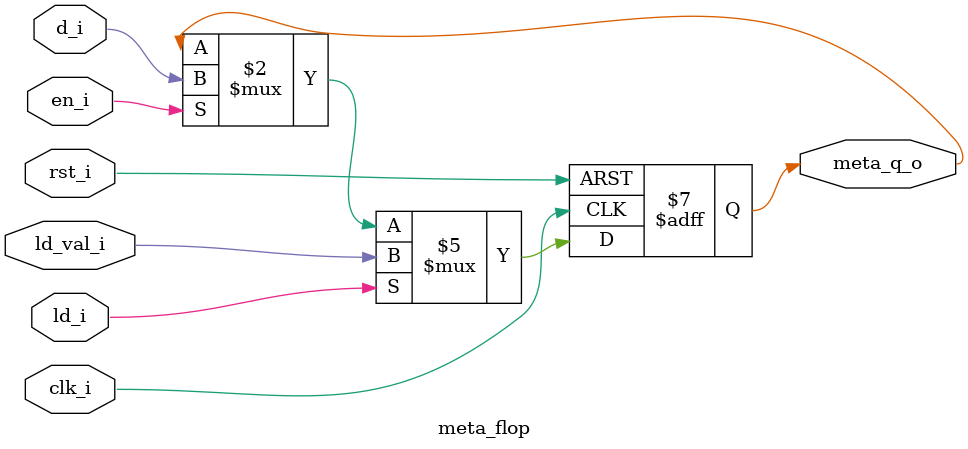
<source format=v>

`include "timescale.v"
// synopsys translate_on

// this module is just an ordinary flip-flop - used for identifying meta stable critical flip flops - similar to synchronizer flop
module meta_flop
(
    rst_i,
    clk_i,
    ld_i,
    ld_val_i,
    en_i,
    d_i,
    meta_q_o
) ;

parameter p_reset_value = 0 ;

input   rst_i,
        clk_i,
        ld_i,
        ld_val_i,
        en_i,
        d_i ;

output  meta_q_o ;
reg     meta_q_o ;

always@(posedge rst_i or posedge clk_i)
begin
    if (rst_i)
        meta_q_o <= #1 p_reset_value ;
    else if (ld_i)
        meta_q_o <= #1 ld_val_i ;
    else if (en_i)
        meta_q_o <= #1 d_i ;
end

endmodule

</source>
